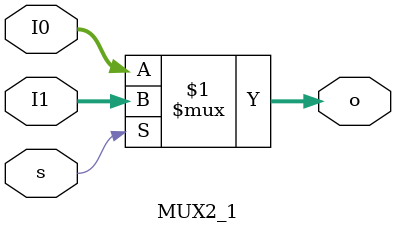
<source format=v>
`timescale 1ns / 1ps

module MUX2_1(
    input [31:0]I0,
    input [31:0]I1,
    input s,
    output [31:0]o
);
    assign o = s ? I1 : I0;
endmodule

</source>
